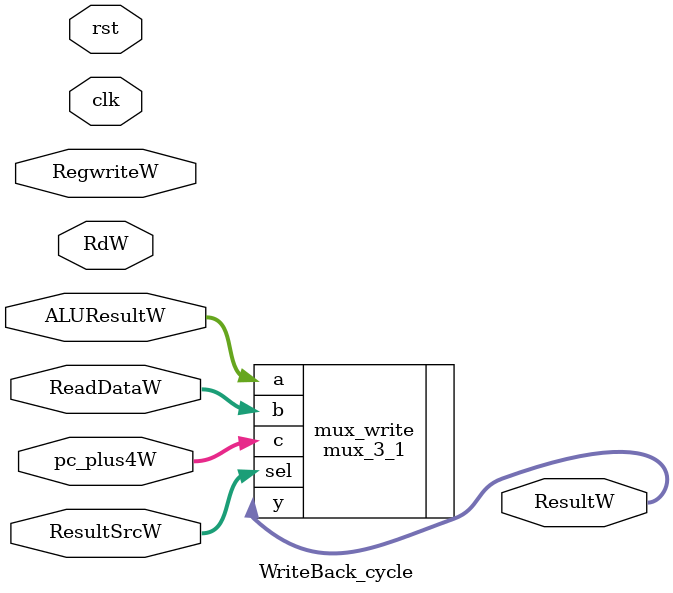
<source format=v>

module WriteBack_cycle(clk,rst,RegwriteW,ResultSrcW,ALUResultW,ReadDataW,RdW,pc_plus4W,ResultW);

input clk,rst,RegwriteW;
input [1:0] ResultSrcW ;
input [2:0] RdW ;
input [15:0] ALUResultW,ReadDataW,pc_plus4W ;
output [15:0] ResultW ;

mux_3_1 mux_write
(
    .a(ALUResultW),
    .b(ReadDataW),
    .c(pc_plus4W),
    .sel(ResultSrcW),
    .y(ResultW)
);


endmodule
</source>
